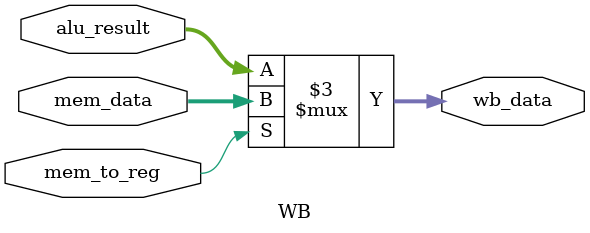
<source format=v>

module WB (
           input             mem_to_reg,
           input [31:0]      alu_result,
           input [31:0]      mem_data,
           output reg [31:0] wb_data
           );

   always @(*) begin
      if (mem_to_reg) begin
         wb_data = mem_data;
      end else begin
         wb_data = alu_result;
      end
   end

endmodule

</source>
